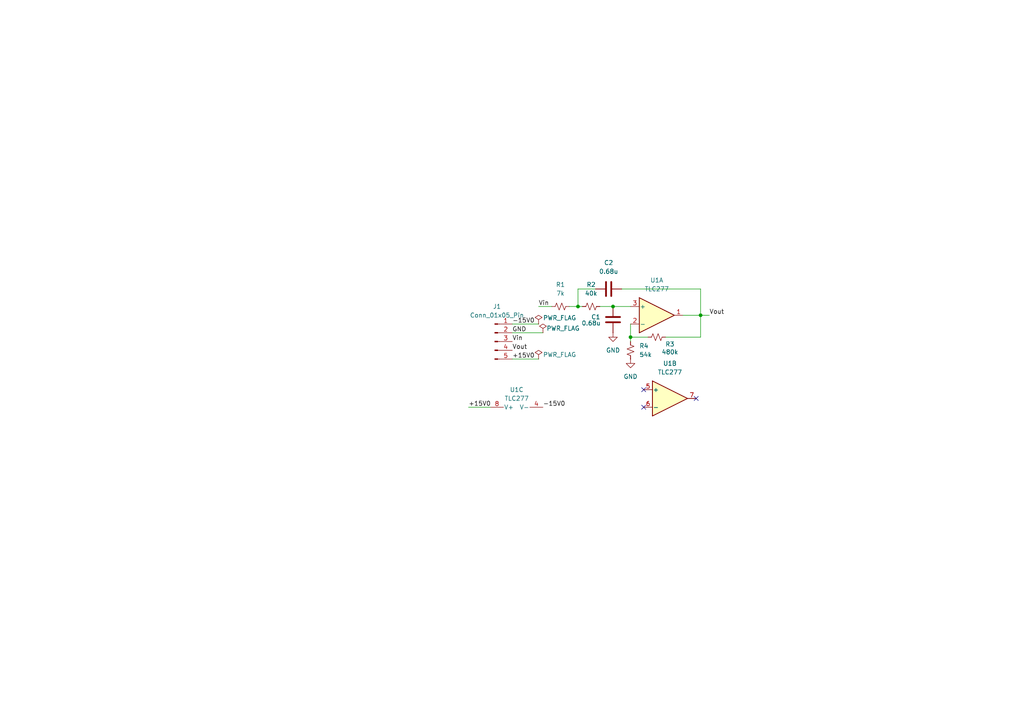
<source format=kicad_sch>
(kicad_sch (version 20250114) (generator "eeschema") (generator_version "9.0")
  (paper "A4")
  (lib_symbols
    (symbol "Amplifier_Operational:TLC277" (pin_names (offset 0.127))
      (property "Reference" "U" (at 0 5.08 0))
      (property "Value" "TLC277" (at 0 -5.08 0))
      (symbol "TLC277_1_1"
        (polyline (pts (xy -5.08 5.08) (xy 5.08 0) (xy -5.08 -5.08) (xy -5.08 5.08)) (stroke (width 0.254)) (fill (type background)))
        (pin input line (at -7.62 2.54 0) (length 2.54) (name "+") (number "3"))
        (pin input line (at -7.62 -2.54 0) (length 2.54) (name "-") (number "2"))
        (pin output line (at 7.62 0 180) (length 2.54) (name "~") (number "1"))
      )
      (symbol "TLC277_2_1"
        (polyline (pts (xy -5.08 5.08) (xy 5.08 0) (xy -5.08 -5.08) (xy -5.08 5.08)) (stroke (width 0.254)) (fill (type background)))
        (pin input line (at -7.62 2.54 0) (length 2.54) (name "+") (number "5"))
        (pin input line (at -7.62 -2.54 0) (length 2.54) (name "-") (number "6"))
        (pin output line (at 7.62 0 180) (length 2.54) (name "~") (number "7"))
      )
      (symbol "TLC277_3_1"
        (pin power_in line (at -2.54 7.62 270) (length 3.81) (name "V+") (number "8"))
        (pin power_in line (at -2.54 -7.62 90) (length 3.81) (name "V-") (number "4"))
      )
    )
    (symbol "Connector:Conn_01x05_Pin" (pin_names (offset 1.016) (hide yes))
      (property "Reference" "J" (at 0 7.62 0))
      (property "Value" "Conn_01x05_Pin" (at 0 -7.62 0))
      (symbol "Conn_01x05_Pin_1_1"
        (rectangle (start 0.8636 5.207) (end 0 4.953) (stroke (width 0.1524)) (fill (type outline)))
        (rectangle (start 0.8636 2.667) (end 0 2.413) (stroke (width 0.1524)) (fill (type outline)))
        (rectangle (start 0.8636 0.127) (end 0 -0.127) (stroke (width 0.1524)) (fill (type outline)))
        (rectangle (start 0.8636 -2.413) (end 0 -2.667) (stroke (width 0.1524)) (fill (type outline)))
        (rectangle (start 0.8636 -4.953) (end 0 -5.207) (stroke (width 0.1524)) (fill (type outline)))
        (polyline (pts (xy 1.27 5.08) (xy 0.8636 5.08)) (stroke (width 0.1524)))
        (polyline (pts (xy 1.27 2.54) (xy 0.8636 2.54)) (stroke (width 0.1524)))
        (polyline (pts (xy 1.27 0) (xy 0.8636 0)) (stroke (width 0.1524)))
        (polyline (pts (xy 1.27 -2.54) (xy 0.8636 -2.54)) (stroke (width 0.1524)))
        (polyline (pts (xy 1.27 -5.08) (xy 0.8636 -5.08)) (stroke (width 0.1524)))
        (pin passive line (at 5.08 5.08 180) (length 3.81) (name "Pin_1") (number "1"))
        (pin passive line (at 5.08 2.54 180) (length 3.81) (name "Pin_2") (number "2"))
        (pin passive line (at 5.08 0 180) (length 3.81) (name "Pin_3") (number "3"))
        (pin passive line (at 5.08 -2.54 180) (length 3.81) (name "Pin_4") (number "4"))
        (pin passive line (at 5.08 -5.08 180) (length 3.81) (name "Pin_5") (number "5"))
      )
    )
    (symbol "Device:C" (pin_numbers (hide yes)) (pin_names (offset 0.254))
      (property "Reference" "C" (at 0.635 2.54 0))
      (property "Value" "C" (at 0.635 -2.54 0))
      (symbol "C_0_1"
        (polyline (pts (xy -2.032 0.762) (xy 2.032 0.762)) (stroke (width 0.508)))
        (polyline (pts (xy -2.032 -0.762) (xy 2.032 -0.762)) (stroke (width 0.508)))
      )
      (symbol "C_1_1"
        (pin passive line (at 0 3.81 270) (length 2.794) (name "~") (number "1"))
        (pin passive line (at 0 -3.81 90) (length 2.794) (name "~") (number "2"))
      )
    )
    (symbol "Device:R_Small_US" (pin_numbers (hide yes)) (pin_names (offset 0.254) (hide yes))
      (property "Reference" "R" (at 0.762 0.508 0))
      (property "Value" "R_Small_US" (at 0.762 -1.016 0))
      (symbol "R_Small_US_1_1"
        (polyline (pts (xy 0 1.524) (xy 1.016 1.143) (xy 0 0.762) (xy -1.016 0.381) (xy 0 0)))
        (polyline (pts (xy 0 0) (xy 1.016 -0.381) (xy 0 -0.762) (xy -1.016 -1.143) (xy 0 -1.524)))
        (pin passive line (at 0 2.54 270) (length 1.016) (name "~") (number "1"))
        (pin passive line (at 0 -2.54 90) (length 1.016) (name "~") (number "2"))
      )
    )
    (symbol "power:GND" (power) (pin_numbers (hide yes)) (pin_names (offset 0) (hide yes))
      (property "Value" "GND" (at 0 -3.81 0))
      (symbol "GND_0_1"
        (polyline (pts (xy 0 0) (xy 0 -1.27) (xy 1.27 -1.27) (xy 0 -2.54) (xy -1.27 -1.27) (xy 0 -1.27)))
      )
      (symbol "GND_1_1"
        (pin power_in line (at 0 0 270) (length 0) (name "~") (number "1"))
      )
    )
    (symbol "power:PWR_FLAG" (power) (pin_numbers (hide yes)) (pin_names (offset 0) (hide yes))
      (property "Value" "PWR_FLAG" (at 0 3.81 0))
      (symbol "PWR_FLAG_0_0"
        (pin power_out line (at 0 0 90) (length 0) (name "~") (number "1"))
      )
      (symbol "PWR_FLAG_0_1"
        (polyline (pts (xy 0 0) (xy 0 1.27) (xy -1.016 1.905) (xy 0 2.54) (xy 1.016 1.905) (xy 0 1.27)))
      )
    )
  )
  (junction (at 182.88 97.79))
  (junction (at 203.2 91.44))
  (junction (at 167.64 88.9))
  (junction (at 177.8 88.9))
  (no_connect (at 186.69 113.03))
  (no_connect (at 186.69 118.11))
  (no_connect (at 201.93 115.57))
  (wire (pts (xy 203.2 83.82) (xy 203.2 91.44)))
  (wire (pts (xy 203.2 97.79) (xy 203.2 91.44)))
  (wire (pts (xy 182.88 93.98) (xy 182.88 97.79)))
  (wire (pts (xy 148.59 96.52) (xy 157.48 96.52)))
  (wire (pts (xy 203.2 91.44) (xy 198.12 91.44)))
  (wire (pts (xy 135.89 118.11) (xy 142.24 118.11)))
  (wire (pts (xy 167.64 88.9) (xy 168.91 88.9)))
  (wire (pts (xy 156.21 88.9) (xy 160.02 88.9)))
  (wire (pts (xy 172.72 83.82) (xy 167.64 83.82)))
  (wire (pts (xy 177.8 88.9) (xy 182.88 88.9)))
  (wire (pts (xy 182.88 97.79) (xy 187.96 97.79)))
  (wire (pts (xy 165.1 88.9) (xy 167.64 88.9)))
  (wire (pts (xy 182.88 97.79) (xy 182.88 99.06)))
  (wire (pts (xy 193.04 97.79) (xy 203.2 97.79)))
  (wire (pts (xy 205.74 91.44) (xy 203.2 91.44)))
  (wire (pts (xy 180.34 83.82) (xy 203.2 83.82)))
  (wire (pts (xy 173.99 88.9) (xy 177.8 88.9)))
  (wire (pts (xy 148.59 104.14) (xy 156.21 104.14)))
  (wire (pts (xy 167.64 83.82) (xy 167.64 88.9)))
  (wire (pts (xy 148.59 93.98) (xy 156.21 93.98)))
  (label "Vout" (at 205.74 91.44 0))
  (label "-15V0" (at 148.59 93.98 0))
  (label "GND" (at 148.59 96.52 0))
  (label "Vin" (at 156.21 88.9 0))
  (label "Vout" (at 148.59 101.6 0))
  (label "-15V0" (at 157.48 118.11 0))
  (label "+15V0" (at 135.89 118.11 0))
  (label "+15V0" (at 148.59 104.14 0))
  (label "Vin" (at 148.59 99.06 0))
  (symbol (lib_id "Amplifier_Operational:TLC277") (at 149.86 115.57 90) (unit 3)
    (property "Reference" "U1" (at 149.86 113.03 90))
    (property "Value" "TLC277" (at 149.86 115.57 90))
    (property "Footprint" "Package_SO:SOIC-8_3.9x4.9mm_P1.27mm" (effects (hide yes)))
    (property "Datasheet" "http://www.ti.com/lit/ds/symlink/tlc272.pdf" (effects (hide yes)))
    (property "Description" "Dual LinCMOS Precision Dual Operational Amplifiers, DIP-8/SOIC-8/SSOP-8" (effects (hide yes)))
  )
  (symbol (lib_id "Amplifier_Operational:TLC277") (at 194.31 115.57 0) (unit 2)
    (property "Reference" "U1" (at 194.31 105.41 0))
    (property "Value" "TLC277" (at 194.31 107.95 0))
    (property "Footprint" "Package_SO:SOIC-8_3.9x4.9mm_P1.27mm" (effects (hide yes)))
    (property "Datasheet" "http://www.ti.com/lit/ds/symlink/tlc272.pdf" (effects (hide yes)))
    (property "Description" "Dual LinCMOS Precision Dual Operational Amplifiers, DIP-8/SOIC-8/SSOP-8" (effects (hide yes)))
  )
  (symbol (lib_id "Device:C") (at 176.53 83.82 90) (unit 1)
    (property "Reference" "C2" (at 176.53 76.2 90))
    (property "Value" "0.68u" (at 176.53 78.74 90))
    (property "Footprint" "Capacitor_SMD:C_0402_1005Metric" (effects (hide yes)))
    (property "Description" "Unpolarized capacitor" (effects (hide yes)))
  )
  (symbol (lib_id "power:PWR_FLAG") (at 156.21 104.14 0) (unit 1)
    (property "Reference" "#FLG01" (effects (hide yes)))
    (property "Value" "PWR_FLAG" (at 162.306 102.87 0))
    (property "Description" "Special symbol for telling ERC where power comes from" (effects (hide yes)))
  )
  (symbol (lib_id "power:PWR_FLAG") (at 157.48 96.52 0) (unit 1)
    (property "Reference" "#FLG02" (effects (hide yes)))
    (property "Value" "PWR_FLAG" (at 163.322 95.25 0))
    (property "Description" "Special symbol for telling ERC where power comes from" (effects (hide yes)))
  )
  (symbol (lib_id "Device:R_Small_US") (at 182.88 101.6 180) (unit 1)
    (property "Reference" "R4" (at 185.42 100.3299 0) (effects (justify right)))
    (property "Value" "54k" (at 185.42 102.8699 0) (effects (justify right)))
    (property "Footprint" "Resistor_SMD:R_0402_1005Metric" (effects (hide yes)))
    (property "Description" "Resistor, small US symbol" (effects (hide yes)))
  )
  (symbol (lib_id "power:GND") (at 177.8 96.52 0) (unit 1)
    (property "Reference" "#PWR02" (effects (hide yes)))
    (property "Value" "GND" (at 177.8 101.6 0))
    (property "Description" "Power symbol creates a global label with name \"GND\" , ground" (effects (hide yes)))
  )
  (symbol (lib_id "Device:R_Small_US") (at 190.5 97.79 90) (unit 1)
    (property "Reference" "R3" (at 194.31 99.822 90))
    (property "Value" "480k" (at 194.31 102.108 90))
    (property "Footprint" "Resistor_SMD:R_0402_1005Metric" (effects (hide yes)))
    (property "Description" "Resistor, small US symbol" (effects (hide yes)))
  )
  (symbol (lib_id "Amplifier_Operational:TLC277") (at 190.5 91.44 0) (unit 1)
    (property "Reference" "U1" (at 190.5 81.28 0))
    (property "Value" "TLC277" (at 190.5 83.82 0))
    (property "Footprint" "Package_SO:SOIC-8_3.9x4.9mm_P1.27mm" (effects (hide yes)))
    (property "Datasheet" "http://www.ti.com/lit/ds/symlink/tlc272.pdf" (effects (hide yes)))
    (property "Description" "Dual LinCMOS Precision Dual Operational Amplifiers, DIP-8/SOIC-8/SSOP-8" (effects (hide yes)))
  )
  (symbol (lib_id "Connector:Conn_01x05_Pin") (at 143.51 99.06 0) (unit 1)
    (property "Reference" "J1" (at 144.145 88.9 0))
    (property "Value" "Conn_01x05_Pin" (at 144.145 91.44 0))
    (property "Footprint" "Connector_Hirose:Hirose_DF13-05P-1.25DSA_1x05_P1.25mm_Vertical" (effects (hide yes)))
    (property "Description" "Generic connector, single row, 01x05, script generated" (effects (hide yes)))
  )
  (symbol (lib_id "power:GND") (at 182.88 104.14 0) (unit 1)
    (property "Reference" "#PWR01" (effects (hide yes)))
    (property "Value" "GND" (at 182.88 109.22 0))
    (property "Description" "Power symbol creates a global label with name \"GND\" , ground" (effects (hide yes)))
  )
  (symbol (lib_id "Device:C") (at 177.8 92.71 0) (unit 1)
    (property "Reference" "C1" (at 171.45 91.948 0) (effects (justify left)))
    (property "Value" "0.68u" (at 168.656 93.726 0) (effects (justify left)))
    (property "Footprint" "Capacitor_SMD:C_0402_1005Metric" (effects (hide yes)))
    (property "Description" "Unpolarized capacitor" (effects (hide yes)))
  )
  (symbol (lib_id "power:PWR_FLAG") (at 156.21 93.98 0) (unit 1)
    (property "Reference" "#FLG03" (effects (hide yes)))
    (property "Value" "PWR_FLAG" (at 162.306 92.202 0))
    (property "Description" "Special symbol for telling ERC where power comes from" (effects (hide yes)))
  )
  (symbol (lib_id "Device:R_Small_US") (at 162.56 88.9 90) (unit 1)
    (property "Reference" "R1" (at 162.56 82.55 90))
    (property "Value" "7k" (at 162.56 85.09 90))
    (property "Footprint" "Resistor_SMD:R_0402_1005Metric" (effects (hide yes)))
    (property "Description" "Resistor, small US symbol" (effects (hide yes)))
  )
  (symbol (lib_id "Device:R_Small_US") (at 171.45 88.9 90) (unit 1)
    (property "Reference" "R2" (at 171.45 82.55 90))
    (property "Value" "40k" (at 171.45 85.09 90))
    (property "Footprint" "Resistor_SMD:R_0402_1005Metric" (effects (hide yes)))
    (property "Description" "Resistor, small US symbol" (effects (hide yes)))
  )
)
</source>
